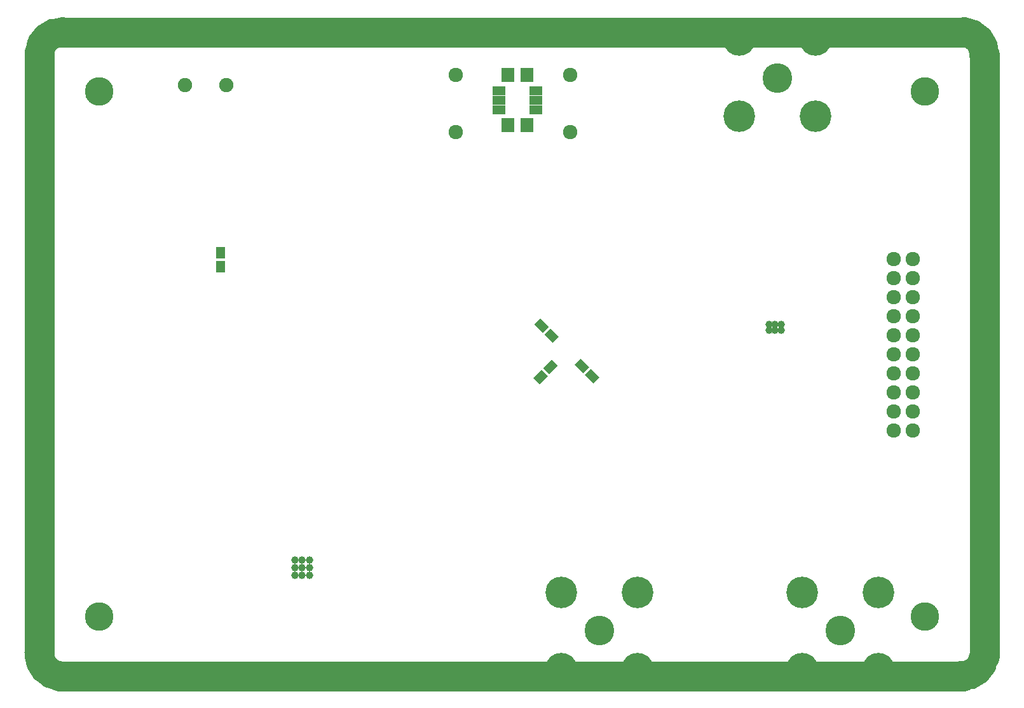
<source format=gbr>
G04 #@! TF.FileFunction,Soldermask,Bot*
%FSLAX46Y46*%
G04 Gerber Fmt 4.6, Leading zero omitted, Abs format (unit mm)*
G04 Created by KiCad (PCBNEW 4.0.6) date 11/10/17 17:18:38*
%MOMM*%
%LPD*%
G01*
G04 APERTURE LIST*
%ADD10C,0.100000*%
%ADD11C,4.000000*%
%ADD12R,1.680000X1.924000*%
%ADD13R,1.800000X1.180000*%
%ADD14C,1.924000*%
%ADD15C,4.210000*%
%ADD16C,3.956000*%
%ADD17C,1.000000*%
%ADD18C,1.900000*%
%ADD19R,1.150000X1.600000*%
%ADD20C,3.800000*%
G04 APERTURE END LIST*
D10*
D11*
X72080000Y-60800000D02*
X72090000Y-141300000D01*
X197920154Y-61146491D02*
G75*
G03X195269782Y-58056596I-2976153J128823D01*
G01*
X197950000Y-141240000D02*
X197940000Y-61080000D01*
X194823509Y-143930154D02*
G75*
G03X197913404Y-141279782I128823J2976153D01*
G01*
X195100000Y-143940000D02*
X74770000Y-143930000D01*
X72069846Y-140833509D02*
G75*
G03X74720218Y-143923404I2976153J-128823D01*
G01*
X75176491Y-58069846D02*
G75*
G03X72086596Y-60720218I-128823J-2976153D01*
G01*
X195150000Y-58080000D02*
X74880000Y-58070000D01*
D12*
X134490000Y-63780000D03*
X137030000Y-63780000D03*
X134490000Y-70480000D03*
X137030000Y-70480000D03*
D13*
X138200000Y-65860000D03*
X138200000Y-67130000D03*
X138200000Y-68400000D03*
X133320000Y-68400000D03*
X133320000Y-67130000D03*
X133320000Y-65860000D03*
D14*
X185860000Y-108630000D03*
X188400000Y-111170000D03*
X188400000Y-108630000D03*
X185860000Y-111170000D03*
X185860000Y-106090000D03*
X188400000Y-106090000D03*
X185860000Y-103550000D03*
X188400000Y-103550000D03*
X185860000Y-101010000D03*
X188400000Y-101010000D03*
X188400000Y-98470000D03*
X185860000Y-98470000D03*
X185860000Y-88310000D03*
X185860000Y-90850000D03*
X188400000Y-90850000D03*
X188400000Y-88310000D03*
X188400000Y-95930000D03*
X185860000Y-95930000D03*
X185860000Y-93390000D03*
X188400000Y-93390000D03*
D15*
X183870000Y-132740000D03*
D16*
X178790000Y-137820000D03*
D15*
X183870000Y-142900000D03*
X173710000Y-132740000D03*
X173710000Y-142900000D03*
D10*
G36*
X138667047Y-105026027D02*
X137853874Y-104212854D01*
X138985245Y-103081483D01*
X139798418Y-103894656D01*
X138667047Y-105026027D01*
X138667047Y-105026027D01*
G37*
G36*
X140010549Y-103682525D02*
X139197376Y-102869352D01*
X140328747Y-101737981D01*
X141141920Y-102551154D01*
X140010549Y-103682525D01*
X140010549Y-103682525D01*
G37*
D14*
X142780000Y-63810000D03*
X142780000Y-71430000D03*
X127540000Y-63810000D03*
X127540000Y-71430000D03*
D17*
X170850000Y-97810000D03*
X169250000Y-97810000D03*
X170050000Y-97010000D03*
X170050000Y-97810000D03*
X170850000Y-97010000D03*
X169250000Y-97010000D03*
X106078100Y-130480300D03*
X106078100Y-129480300D03*
X106078100Y-128480300D03*
X107078100Y-130480300D03*
X107078100Y-129480300D03*
X107078100Y-128480300D03*
X108078100Y-130480300D03*
X108078100Y-129480300D03*
D18*
X91485000Y-65090000D03*
X96985000Y-65090000D03*
D10*
G36*
X146657353Y-104071433D02*
X145844180Y-104884606D01*
X144712809Y-103753235D01*
X145525982Y-102940062D01*
X146657353Y-104071433D01*
X146657353Y-104071433D01*
G37*
G36*
X145313851Y-102727931D02*
X144500678Y-103541104D01*
X143369307Y-102409733D01*
X144182480Y-101596560D01*
X145313851Y-102727931D01*
X145313851Y-102727931D01*
G37*
G36*
X137995295Y-97035721D02*
X138808468Y-96222548D01*
X139939839Y-97353919D01*
X139126666Y-98167092D01*
X137995295Y-97035721D01*
X137995295Y-97035721D01*
G37*
G36*
X139338797Y-98379223D02*
X140151970Y-97566050D01*
X141283341Y-98697421D01*
X140470168Y-99510594D01*
X139338797Y-98379223D01*
X139338797Y-98379223D01*
G37*
D19*
X96230000Y-87450000D03*
X96230000Y-89350000D03*
D15*
X165310000Y-69260000D03*
D16*
X170390000Y-64180000D03*
D15*
X165310000Y-59100000D03*
X175470000Y-69260000D03*
X175470000Y-59100000D03*
X151730000Y-132740000D03*
D16*
X146650000Y-137820000D03*
D15*
X151730000Y-142900000D03*
X141570000Y-132740000D03*
X141570000Y-142900000D03*
D17*
X108078100Y-128480300D03*
D20*
X190000000Y-136000000D03*
X80000000Y-136000000D03*
X190000000Y-66000000D03*
X80000000Y-66000000D03*
M02*

</source>
